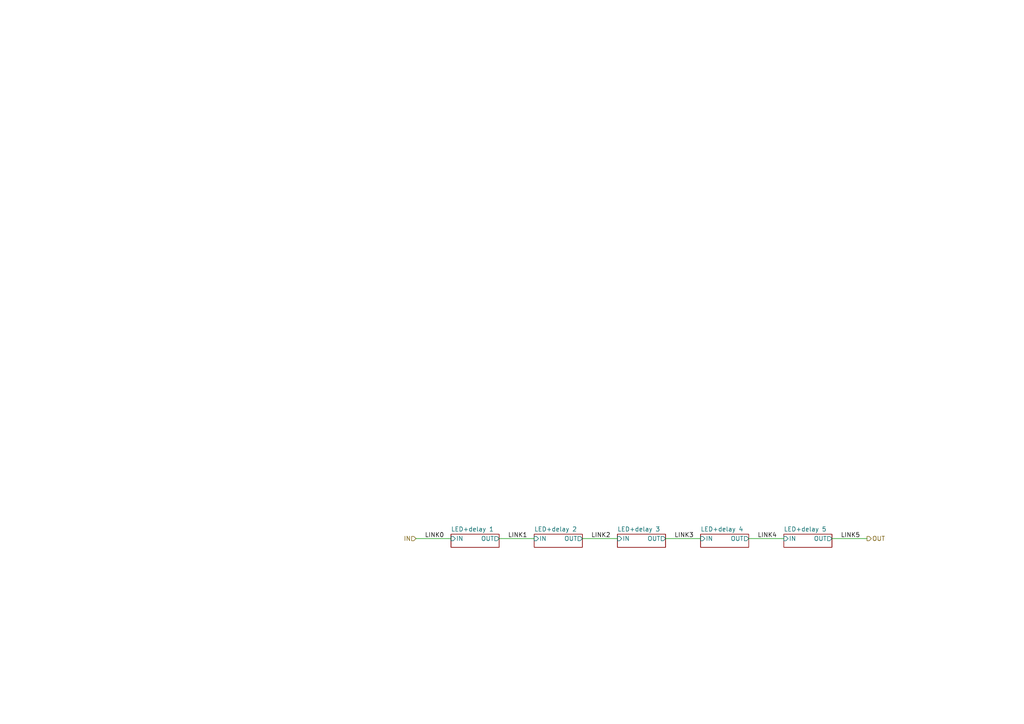
<source format=kicad_sch>
(kicad_sch (version 20211123) (generator eeschema)
  (paper "A4")
  (lib_symbols)
  (wire (pts (xy 144.78 156.21) (xy 154.94 156.21)))
  (wire (pts (xy 120.65 156.21) (xy 130.81 156.21)))
  (wire (pts (xy 217.17 156.21) (xy 227.33 156.21)))
  (wire (pts (xy 241.3 156.21) (xy 251.46 156.21)))
  (wire (pts (xy 168.91 156.21) (xy 179.07 156.21)))
  (wire (pts (xy 193.04 156.21) (xy 203.2 156.21)))
  (label "LINK0" (at 123.19 156.21 0))
  (label "LINK2" (at 171.45 156.21 0))
  (label "LINK1" (at 147.32 156.21 0))
  (label "LINK3" (at 195.58 156.21 0))
  (label "LINK4" (at 219.71 156.21 0))
  (label "LINK5" (at 243.84 156.21 0))
  (hierarchical_label "IN" (shape input) (at 120.65 156.21 180))
  (hierarchical_label "OUT" (shape output) (at 251.46 156.21 0))
  (sheet (at 130.81 154.94) (size 13.97 3.81) (stroke (width 0.1524))
    (property "Sheet name" "LED+delay 1" (at 130.81 154.2284 0) (effects (justify left bottom)))
    (property "Sheet file" "led_chain_delay_link.kicad_sch" (effects hide))
    (pin "IN" input (at 130.81 156.21 180))
    (pin "OUT" output (at 144.78 156.21 0))
  )
  (sheet (at 227.33 154.94) (size 13.97 3.81) (stroke (width 0.1524))
    (property "Sheet name" "LED+delay 5" (at 227.33 154.2284 0) (effects (justify left bottom)))
    (property "Sheet file" "led_chain_delay_link.kicad_sch" (effects hide))
    (pin "IN" input (at 227.33 156.21 180))
    (pin "OUT" output (at 241.3 156.21 0))
  )
  (sheet (at 154.94 154.94) (size 13.97 3.81) (stroke (width 0.1524))
    (property "Sheet name" "LED+delay 2" (at 154.94 154.2284 0) (effects (justify left bottom)))
    (property "Sheet file" "led_chain_delay_link.kicad_sch" (effects hide))
    (pin "IN" input (at 154.94 156.21 180))
    (pin "OUT" output (at 168.91 156.21 0))
  )
  (sheet (at 203.2 154.94) (size 13.97 3.81) (stroke (width 0.1524))
    (property "Sheet name" "LED+delay 4" (at 203.2 154.2284 0) (effects (justify left bottom)))
    (property "Sheet file" "led_chain_delay_link.kicad_sch" (effects hide))
    (pin "IN" input (at 203.2 156.21 180))
    (pin "OUT" output (at 217.17 156.21 0))
  )
  (sheet (at 179.07 154.94) (size 13.97 3.81) (stroke (width 0.1524))
    (property "Sheet name" "LED+delay 3" (at 179.07 154.2284 0) (effects (justify left bottom)))
    (property "Sheet file" "led_chain_delay_link.kicad_sch" (effects hide))
    (pin "IN" input (at 179.07 156.21 180))
    (pin "OUT" output (at 193.04 156.21 0))
  )
)
</source>
